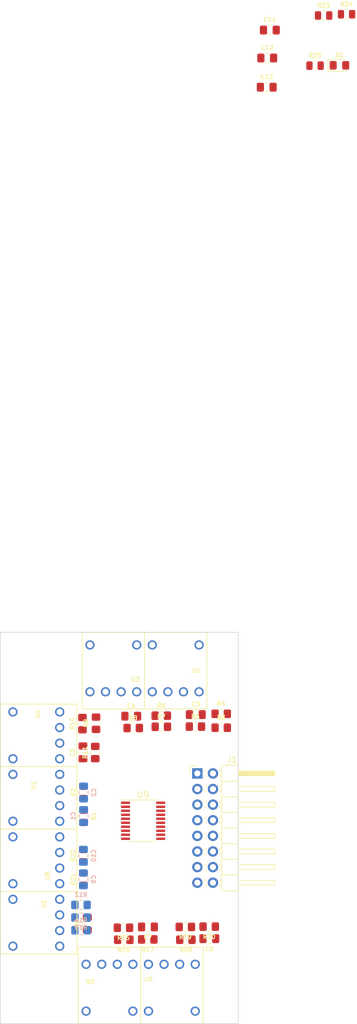
<source format=kicad_pcb>
(kicad_pcb (version 20211014) (generator pcbnew)
  (layers (0 "F.Cu" signal) (31 "B.Cu" signal) (34 "B.Paste" user) (35 "F.Paste" user) (36 "B.SilkS" user "B.Silkscreen") (37 "F.SilkS" user "F.Silkscreen") (38 "B.Mask" user) (39 "F.Mask" user) (44 "Edge.Cuts" user))
  (net 0 "")
  (net 1 "GND")
  (net 2 "VCC")
  (net 3 "Net-(D1-Pad1)")
  (net 4 "/RX1b")
  (net 5 "/RX2b")
  (net 6 "/RX3b")
  (net 7 "/TX1")
  (net 8 "/RX4b")
  (net 9 "/TX2")
  (net 10 "/RX5b")
  (net 11 "/RX6b")
  (net 12 "+3V3")
  (net 13 "+5V")
  (net 14 "Net-(R1-Pad1)")
  (net 15 "/TX1b")
  (net 16 "Net-(R3-Pad1)")
  (net 17 "Net-(R3-Pad2)")
  (net 18 "/RX1")
  (net 19 "Net-(R6-Pad1)")
  (net 20 "Net-(R6-Pad2)")
  (net 21 "/RX2")
  (net 22 "Net-(R10-Pad1)")
  (net 23 "Net-(R9-Pad2)")
  (net 24 "/RX3")
  (net 25 "Net-(R12-Pad1)")
  (net 26 "Net-(R12-Pad2)")
  (net 27 "/RX4")
  (net 28 "Net-(R15-Pad1)")
  (net 29 "Net-(R15-Pad2)")
  (net 30 "/RX5")
  (net 31 "Net-(R18-Pad1)")
  (net 32 "Net-(R18-Pad2)")
  (net 33 "/RX6")
  (net 34 "Net-(R21-Pad1)")
  (net 35 "/TX2b")
  (footprint "Capacitor_SMD:C_0805_2012Metric_Pad1.18x1.45mm_HandSolder" (layer "F.Cu") (at 116.7638 92.837 180)
    (fp_text reference "C8" (at 0 -1.68) (layer "F.SilkS") (effects (font (size 0.7 0.7))))
    (fp_text value "100nF")
    (fp_line (start -0.261252 0.735) (end 0.261252 0.735) (layer "F.SilkS") (width 0.12))
    (fp_line (start -0.261252 -0.735) (end 0.261252 -0.735) (layer "F.SilkS") (width 0.12))
    (pad "1" smd roundrect (at -1.0375 0 180) (size 1.175 1.45) (layers "F.Cu" "F.Paste" "F.Mask") (roundrect_rratio 0.212766) (net 1 "GND"))
    (pad "2" smd roundrect (at 1.0375 0 180) (size 1.175 1.45) (layers "F.Cu" "F.Paste" "F.Mask") (roundrect_rratio 0.212766) (net 2 "VCC"))
  )
  (footprint "Resistor_SMD:R_0805_2012Metric_Pad1.20x1.40mm_HandSolder" (layer "F.Cu") (at 98.171 62.5602 90)
    (fp_text reference "R11" (at 0 -1.65 90) (layer "F.SilkS") (effects (font (size 0.7 0.7))))
    (fp_text value "47R")
    (fp_line (start -0.227064 0.735) (end 0.227064 0.735) (layer "F.SilkS") (width 0.12))
    (fp_line (start -0.227064 -0.735) (end 0.227064 -0.735) (layer "F.SilkS") (width 0.12))
    (pad "1" smd roundrect (at -1 0 90) (size 1.2 1.4) (layers "F.Cu" "F.Paste" "F.Mask") (roundrect_rratio 0.208333) (net 24 "/RX3"))
    (pad "2" smd roundrect (at 1 0 90) (size 1.2 1.4) (layers "F.Cu" "F.Paste" "F.Mask") (roundrect_rratio 0.208333) (net 22 "Net-(R10-Pad1)"))
  )
  (footprint "Resistor_SMD:R_0805_2012Metric_Pad1.20x1.40mm_HandSolder" (layer "F.Cu") (at 98.298 57.7944 90)
    (fp_text reference "R9" (at 0 -1.65 90) (layer "F.SilkS") (effects (font (size 0.7 0.7))))
    (fp_text value "0R")
    (fp_line (start -0.227064 -0.735) (end 0.227064 -0.735) (layer "F.SilkS") (width 0.12))
    (fp_line (start -0.227064 0.735) (end 0.227064 0.735) (layer "F.SilkS") (width 0.12))
    (pad "1" smd roundrect (at -1 0 90) (size 1.2 1.4) (layers "F.Cu" "F.Paste" "F.Mask") (roundrect_rratio 0.208333) (net 22 "Net-(R10-Pad1)"))
    (pad "2" smd roundrect (at 1 0 90) (size 1.2 1.4) (layers "F.Cu" "F.Paste" "F.Mask") (roundrect_rratio 0.208333) (net 23 "Net-(R9-Pad2)"))
  )
  (footprint "Capacitor_SMD:C_0805_2012Metric_Pad1.18x1.45mm_HandSolder" (layer "F.Cu") (at 96.8756 90.3986 90)
    (fp_text reference "C6" (at 0 -1.68 90) (layer "F.SilkS") (effects (font (size 0.7 0.7))))
    (fp_text value "100nF")
    (fp_line (start -0.261252 0.735) (end 0.261252 0.735) (layer "F.SilkS") (width 0.12))
    (fp_line (start -0.261252 -0.735) (end 0.261252 -0.735) (layer "F.SilkS") (width 0.12))
    (pad "1" smd roundrect (at -1.0375 0 90) (size 1.175 1.45) (layers "F.Cu" "F.Paste" "F.Mask") (roundrect_rratio 0.212766) (net 1 "GND"))
    (pad "2" smd roundrect (at 1.0375 0 90) (size 1.175 1.45) (layers "F.Cu" "F.Paste" "F.Mask") (roundrect_rratio 0.212766) (net 2 "VCC"))
  )
  (footprint "LED_SMD:LED_0805_2012Metric_Pad1.15x1.40mm_HandSolder" (layer "F.Cu") (at 137.9564 -49.2252)
    (fp_text reference "D1" (at 0 -1.65) (layer "F.SilkS") (effects (font (size 0.7 0.7))))
    (fp_text value "LED")
    (fp_line (start 1 -0.96) (end -1.86 -0.96) (layer "F.SilkS") (width 0.12))
    (fp_line (start -1.86 -0.96) (end -1.86 0.96) (layer "F.SilkS") (width 0.12))
    (fp_line (start -1.86 0.96) (end 1 0.96) (layer "F.SilkS") (width 0.12))
    (pad "1" smd roundrect (at -1.025 0) (size 1.15 1.4) (layers "F.Cu" "F.Paste" "F.Mask") (roundrect_rratio 0.217391) (net 3 "Net-(D1-Pad1)"))
    (pad "2" smd roundrect (at 1.025 0) (size 1.15 1.4) (layers "F.Cu" "F.Paste" "F.Mask") (roundrect_rratio 0.217391) (net 2 "VCC"))
  )
  (footprint "Resistor_SMD:R_0805_2012Metric_Pad1.20x1.40mm_HandSolder" (layer "F.Cu") (at 104.3592 58.5724)
    (fp_text reference "R8" (at 0 -1.65) (layer "F.SilkS") (effects (font (size 0.7 0.7))))
    (fp_text value "47R")
    (fp_line (start -0.227064 0.735) (end 0.227064 0.735) (layer "F.SilkS") (width 0.12))
    (fp_line (start -0.227064 -0.735) (end 0.227064 -0.735) (layer "F.SilkS") (width 0.12))
    (pad "1" smd roundrect (at -1 0) (size 1.2 1.4) (layers "F.Cu" "F.Paste" "F.Mask") (roundrect_rratio 0.208333) (net 21 "/RX2"))
    (pad "2" smd roundrect (at 1 0) (size 1.2 1.4) (layers "F.Cu" "F.Paste" "F.Mask") (roundrect_rratio 0.208333) (net 19 "Net-(R6-Pad1)"))
  )
  (footprint "Capacitor_SMD:C_0805_2012Metric_Pad1.18x1.45mm_HandSolder" (layer "F.Cu") (at 114.554 56.388)
    (fp_text reference "C3" (at 0 -1.68) (layer "F.SilkS") (effects (font (size 0.7 0.7))))
    (fp_text value "100nF")
    (fp_line (start -0.261252 0.735) (end 0.261252 0.735) (layer "F.SilkS") (width 0.12))
    (fp_line (start -0.261252 -0.735) (end 0.261252 -0.735) (layer "F.SilkS") (width 0.12))
    (pad "1" smd roundrect (at -1.0375 0) (size 1.175 1.45) (layers "F.Cu" "F.Paste" "F.Mask") (roundrect_rratio 0.212766) (net 1 "GND"))
    (pad "2" smd roundrect (at 1.0375 0) (size 1.175 1.45) (layers "F.Cu" "F.Paste" "F.Mask") (roundrect_rratio 0.212766) (net 2 "VCC"))
  )
  (footprint "Resistor_SMD:R_0805_2012Metric_Pad1.20x1.40mm_HandSolder" (layer "F.Cu") (at 96.2406 79.3336 90)
    (fp_text reference "R22" (at 0 -1.65 90) (layer "F.SilkS") (effects (font (size 0.7 0.7))))
    (fp_text value "2k")
    (fp_line (start -0.227064 -0.735) (end 0.227064 -0.735) (layer "F.SilkS") (width 0.12))
    (fp_line (start -0.227064 0.735) (end 0.227064 0.735) (layer "F.SilkS") (width 0.12))
    (pad "1" smd roundrect (at -1 0 90) (size 1.2 1.4) (layers "F.Cu" "F.Paste" "F.Mask") (roundrect_rratio 0.208333) (net 35 "/TX2b"))
    (pad "2" smd roundrect (at 1 0 90) (size 1.2 1.4) (layers "F.Cu" "F.Paste" "F.Mask") (roundrect_rratio 0.208333) (net 2 "VCC"))
  )
  (footprint "Resistor_SMD:R_0805_2012Metric_Pad1.20x1.40mm_HandSolder" (layer "F.Cu") (at 102.8192 93.0148 180)
    (fp_text reference "R15" (at 0 -1.65) (layer "F.SilkS") (effects (font (size 0.7 0.7))))
    (fp_text value "0R")
    (fp_line (start -0.227064 -0.735) (end 0.227064 -0.735) (layer "F.SilkS") (width 0.12))
    (fp_line (start -0.227064 0.735) (end 0.227064 0.735) (layer "F.SilkS") (width 0.12))
    (pad "1" smd roundrect (at -1 0 180) (size 1.2 1.4) (layers "F.Cu" "F.Paste" "F.Mask") (roundrect_rratio 0.208333) (net 28 "Net-(R15-Pad1)"))
    (pad "2" smd roundrect (at 1 0 180) (size 1.2 1.4) (layers "F.Cu" "F.Paste" "F.Mask") (roundrect_rratio 0.208333) (net 29 "Net-(R15-Pad2)"))
  )
  (footprint "Capacitor_SMD:C_0805_2012Metric_Pad1.18x1.45mm_HandSolder" (layer "F.Cu") (at 126.619 -54.9656)
    (fp_text reference "C11" (at 0 -1.68) (layer "F.SilkS") (effects (font (size 0.7 0.7))))
    (fp_text value "100nF")
    (fp_line (start -0.261252 0.735) (end 0.261252 0.735) (layer "F.SilkS") (width 0.12))
    (fp_line (start -0.261252 -0.735) (end 0.261252 -0.735) (layer "F.SilkS") (width 0.12))
    (pad "1" smd roundrect (at -1.0375 0) (size 1.175 1.45) (layers "F.Cu" "F.Paste" "F.Mask") (roundrect_rratio 0.212766) (net 1 "GND"))
    (pad "2" smd roundrect (at 1.0375 0) (size 1.175 1.45) (layers "F.Cu" "F.Paste" "F.Mask") (roundrect_rratio 0.212766) (net 2 "VCC"))
  )
  (footprint "Resistor_SMD:R_0805_2012Metric" (layer "F.Cu") (at 135.3839 -57.3278)
    (fp_text reference "R23" (at 0 -1.65) (layer "F.SilkS") (effects (font (size 0.7 0.7))))
    (fp_text value "0R")
    (fp_line (start -0.227064 0.735) (end 0.227064 0.735) (layer "F.SilkS") (width 0.12))
    (fp_line (start -0.227064 -0.735) (end 0.227064 -0.735) (layer "F.SilkS") (width 0.12))
    (pad "1" smd roundrect (at -0.9125 0) (size 1.025 1.4) (layers "F.Cu" "F.Paste" "F.Mask") (roundrect_rratio 0.243902) (net 2 "VCC"))
    (pad "2" smd roundrect (at 0.9125 0) (size 1.025 1.4) (layers "F.Cu" "F.Paste" "F.Mask") (roundrect_rratio 0.243902) (net 13 "+5V"))
  )
  (footprint "Resistor_SMD:R_0805_2012Metric" (layer "F.Cu") (at 139.1158 -57.531)
    (fp_text reference "R24" (at 0 -1.65) (layer "F.SilkS") (effects (font (size 0.7 0.7))))
    (fp_text value "DNP")
    (fp_line (start -0.227064 -0.735) (end 0.227064 -0.735) (layer "F.SilkS") (width 0.12))
    (fp_line (start -0.227064 0.735) (end 0.227064 0.735) (layer "F.SilkS") (width 0.12))
    (pad "1" smd roundrect (at -0.9125 0) (size 1.025 1.4) (layers "F.Cu" "F.Paste" "F.Mask") (roundrect_rratio 0.243902) (net 2 "VCC"))
    (pad "2" smd roundrect (at 0.9125 0) (size 1.025 1.4) (layers "F.Cu" "F.Paste" "F.Mask") (roundrect_rratio 0.243902) (net 12 "+3V3"))
  )
  (footprint "Capacitor_SMD:C_0805_2012Metric_Pad1.18x1.45mm_HandSolder" (layer "F.Cu") (at 126.111 -45.6692)
    (fp_text reference "C13" (at 0 -1.68) (layer "F.SilkS") (effects (font (size 0.7 0.7))))
    (fp_text value "1uF")
    (fp_line (start -0.261252 -0.735) (end 0.261252 -0.735) (layer "F.SilkS") (width 0.12))
    (fp_line (start -0.261252 0.735) (end 0.261252 0.735) (layer "F.SilkS") (width 0.12))
    (pad "1" smd roundrect (at -1.0375 0) (size 1.175 1.45) (layers "F.Cu" "F.Paste" "F.Mask") (roundrect_rratio 0.212766) (net 1 "GND"))
    (pad "2" smd roundrect (at 1.0375 0) (size 1.175 1.45) (layers "F.Cu" "F.Paste" "F.Mask") (roundrect_rratio 0.212766) (net 2 "VCC"))
  )
  (footprint "Resistor_SMD:R_0805_2012Metric_Pad1.20x1.40mm_HandSolder" (layer "F.Cu") (at 96.266 83.1596 90)
    (fp_text reference "R21" (at 0 -1.65 90) (layer "F.SilkS") (effects (font (size 0.7 0.7))))
    (fp_text value "220R")
    (fp_line (start -0.227064 -0.735) (end 0.227064 -0.735) (layer "F.SilkS") (width 0.12))
    (fp_line (start -0.227064 0.735) (end 0.227064 0.735) (layer "F.SilkS") (width 0.12))
    (pad "1" smd roundrect (at -1 0 90) (size 1.2 1.4) (layers "F.Cu" "F.Paste" "F.Mask") (roundrect_rratio 0.208333) (net 34 "Net-(R21-Pad1)"))
    (pad "2" smd roundrect (at 1 0 90) (size 1.2 1.4) (layers "F.Cu" "F.Paste" "F.Mask") (roundrect_rratio 0.208333) (net 2 "VCC"))
  )
  (footprint "CL_Fiber_Optic:HFBR-2521Z" (layer "F.Cu") (at 111.2774 49.3776)
    (fp_text reference "U2" (at 3.4036 -0.1524 unlocked) (layer "F.SilkS") (effects (font (size 0.7 0.7))))
    (fp_text value "HFBR-2521Z")
    (fp_line (start 5.08 -6.35) (end -5.08 -6.35) (layer "F.SilkS") (width 0.12))
    (fp_line (start 5.08 6.096) (end 5.08 -6.35) (layer "F.SilkS") (width 0.12))
    (fp_line (start -5.08 -6.35) (end -5.08 6.096) (layer "F.SilkS") (width 0.12))
    (fp_line (start -5.08 6.096) (end 5.08 6.096) (layer "F.SilkS") (width 0.12))
    (pad "1" thru_hole circle (at -3.81 3.302) (size 1.515 1.515) (drill 1) (layers *.Cu *.Mask) (net 16 "Net-(R3-Pad1)"))
    (pad "2" thru_hole circle (at -1.27 3.302) (size 1.515 1.515) (drill 1) (layers *.Cu *.Mask) (net 1 "GND"))
    (pad "3" thru_hole circle (at 1.27 3.302) (size 1.515 1.515) (drill 1) (layers *.Cu *.Mask) (net 2 "VCC"))
    (pad "4" thru_hole circle (at 3.81 3.302) (size 1.515 1.515) (drill 1) (layers *.Cu *.Mask) (net 17 "Net-(R3-Pad2)"))
    (pad "5" thru_hole circle (at 3.81 -4.318) (size 1.515 1.515) (drill 1) (layers *.Cu *.Mask))
    (pad "8" thru_hole circle (at -3.81 -4.318) (size 1.515 1.515) (drill 1) (layers *.Cu *.Mask))
  )
  (footprint "Resistor_SMD:R_0805_2012Metric_Pad1.20x1.40mm_HandSolder" (layer "F.Cu") (at 96.2914 72.9234 -90)
    (fp_text reference "R1" (at 0 -1.65 90) (layer "F.SilkS") (effects (font (size 0.7 0.7))))
    (fp_text value "220R")
    (fp_line (start -0.227064 -0.735) (end 0.227064 -0.735) (layer "F.SilkS") (width 0.12))
    (fp_line (start -0.227064 0.735) (end 0.227064 0.735) (layer "F.SilkS") (width 0.12))
    (pad "1" smd roundrect (at -1 0 270) (size 1.2 1.4) (layers "F.Cu" "F.Paste" "F.Mask") (roundrect_rratio 0.208333) (net 14 "Net-(R1-Pad1)"))
    (pad "2" smd roundrect (at 1 0 270) (size 1.2 1.4) (layers "F.Cu" "F.Paste" "F.Mask") (roundrect_rratio 0.208333) (net 2 "VCC"))
  )
  (footprint "CL_Fiber_Optic:HFBR-2521Z" (layer "F.Cu") (at 89.0778 90.2462 90)
    (fp_text reference "U5" (at 3.0318 0.7638 90 unlocked) (layer "F.SilkS") (effects (font (size 0.7 0.7))))
    (fp_text value "HFBR-2521Z")
    (fp_line (start 5.08 -6.35) (end -5.08 -6.35) (layer "F.SilkS") (width 0.12))
    (fp_line (start -5.08 -6.35) (end -5.08 6.096) (layer "F.SilkS") (width 0.12))
    (fp_line (start -5.08 6.096) (end 5.08 6.096) (layer "F.SilkS") (width 0.12))
    (fp_line (start 5.08 6.096) (end 5.08 -6.35) (layer "F.SilkS") (width 0.12))
    (pad "1" thru_hole circle (at -3.81 3.302 90) (size 1.515 1.515) (drill 1) (layers *.Cu *.Mask) (net 25 "Net-(R12-Pad1)"))
    (pad "2" thru_hole circle (at -1.27 3.302 90) (size 1.515 1.515) (drill 1) (layers *.Cu *.Mask) (net 1 "GND"))
    (pad "3" thru_hole circle (at 1.27 3.302 90) (size 1.515 1.515) (drill 1) (layers *.Cu *.Mask) (net 2 "VCC"))
    (pad "4" thru_hole circle (at 3.81 3.302 90) (size 1.515 1.515) (drill 1) (layers *.Cu *.Mask) (net 26 "Net-(R12-Pad2)"))
    (pad "5" thru_hole circle (at 3.81 -4.318 90) (size 1.515 1.515) (drill 1) (layers *.Cu *.Mask))
    (pad "8" thru_hole circle (at -3.81 -4.318 90) (size 1.515 1.515) (drill 1) (layers *.Cu *.Mask))
  )
  (footprint "CL_Fiber_Optic:HFBR-2521Z" (layer "F.Cu") (at 110.6518 100.3098 180)
    (fp_text reference "U7" (at 3.81 0.9398 180 unlocked) (layer "F.SilkS") (effects (font (size 0.7 0.7))))
    (fp_text value "HFBR-2521Z")
    (fp_line (start 5.08 6.096) (end 5.08 -6.35) (layer "F.SilkS") (width 0.12))
    (fp_line (start -5.08 6.096) (end 5.08 6.096) (layer "F.SilkS") (width 0.12))
    (fp_line (start 5.08 -6.35) (end -5.08 -6.35) (layer "F.SilkS") (width 0.12))
    (fp_line (start -5.08 -6.35) (end -5.08 6.096) (layer "F.SilkS") (width 0.12))
    (pad "1" thru_hole circle (at -3.81 3.302 180) (size 1.515 1.515) (drill 1) (layers *.Cu *.Mask) (net 31 "Net-(R18-Pad1)"))
    (pad "2" thru_hole circle (at -1.27 3.302 180) (size 1.515 1.515) (drill 1) (layers *.Cu *.Mask) (net 1 "GND"))
    (pad "3" thru_hole circle (at 1.27 3.302 180) (size 1.515 1.515) (drill 1) (layers *.Cu *.Mask) (net 2 "VCC"))
    (pad "4" thru_hole circle (at 3.81 3.302 180) (size 1.515 1.515) (drill 1) (layers *.Cu *.Mask) (net 32 "Net-(R18-Pad2)"))
    (pad "5" thru_hole circle (at 3.81 -4.318 180) (size 1.515 1.515) (drill 1) (layers *.Cu *.Mask))
    (pad "8" thru_hole circle (at -3.81 -4.318 180) (size 1.515 1.515) (drill 1) (layers *.Cu *.Mask))
  )
  (footprint "Resistor_SMD:R_0805_2012Metric" (layer "F.Cu") (at 133.985 -49.1744)
    (fp_text reference "R25" (at 0 -1.65) (layer "F.SilkS") (effects (font (size 0.7 0.7))))
    (fp_text value "2k")
    (fp_line (start -0.227064 0.735) (end 0.227064 0.735) (layer "F.SilkS") (width 0.12))
    (fp_line (start -0.227064 -0.735) (end 0.227064 -0.735) (layer "F.SilkS") (width 0.12))
    (pad "1" smd roundrect (at -0.9125 0) (size 1.025 1.4) (layers "F.Cu" "F.Paste" "F.Mask") (roundrect_rratio 0.243902) (net 3 "Net-(D1-Pad1)"))
    (pad "2" smd roundrect (at 0.9125 0) (size 1.025 1.4) (layers "F.Cu" "F.Paste" "F.Mask") (roundrect_rratio 0.243902) (net 1 "GND"))
  )
  (footprint "Resistor_SMD:R_0805_2012Metric_Pad1.20x1.40mm_HandSolder" (layer "F.Cu") (at 118.6942 58.5216)
    (fp_text reference "R3" (at 0 -1.65) (layer "F.SilkS") (effects (font (size 0.7 0.7))))
    (fp_text value "0R")
    (fp_line (start -0.227064 -0.735) (end 0.227064 -0.735) (layer "F.SilkS") (width 0.12))
    (fp_line (start -0.227064 0.735) (end 0.227064 0.735) (layer "F.SilkS") (width 0.12))
    (pad "1" smd roundrect (at -1 0) (size 1.2 1.4) (layers "F.Cu" "F.Paste" "F.Mask") (roundrect_rratio 0.208333) (net 16 "Net-(R3-Pad1)"))
    (pad "2" smd roundrect (at 1 0) (size 1.2 1.4) (layers "F.Cu" "F.Paste" "F.Mask") (roundrect_rratio 0.208333) (net 17 "Net-(R3-Pad2)"))
  )
  (footprint "CL_Fiber_Optic:HFBR-1521Z" (layer "F.Cu") (at 89.0778 80.0862 90)
    (fp_text reference "U8" (at -2.5654 1.2954 90 unlocked) (layer "F.SilkS") (effects (font (size 0.7 0.7))))
    (fp_text value "HFBR-1521Z")
    (fp_line (start 5.08 6.096) (end 5.08 -6.35) (layer "F.SilkS") (width 0.12))
    (fp_line (start -5.08 6.096) (end 5.08 6.096) (layer "F.SilkS") (width 0.12))
    (fp_line (start 5.08 -6.35) (end -5.08 -6.35) (layer "F.SilkS") (width 0.12))
    (fp_line (start -5.08 -6.35) (end -5.08 6.096) (layer "F.SilkS") (width 0.12))
    (pad "1" thru_hole circle (at -3.81 3.302 90) (size 1.515 1.515) (drill 1) (layers *.Cu *.Mask) (net 34 "Net-(R21-Pad1)"))
    (pad "2" thru_hole circle (at -1.27 3.302 90) (size 1.515 1.515) (drill 1) (layers *.Cu *.Mask) (net 35 "/TX2b"))
    (pad "3" thru_hole circle (at 1.27 3.302 90) (size 1.515 1.515) (drill 1) (layers *.Cu *.Mask))
    (pad "4" thru_hole circle (at 3.81 3.302 90) (size 1.515 1.515) (drill 1) (layers *.Cu *.Mask))
    (pad "5" thru_hole circle (at 3.81 -4.318 90) (size 1.515 1.515) (drill 1) (layers *.Cu *.Mask))
    (pad "8" thru_hole circle (at -3.81 -4.318 90) (size 1.515 1.515) (drill 1) (layers *.Cu *.Mask))
  )
  (footprint "Resistor_SMD:R_0805_2012Metric_Pad1.20x1.40mm_HandSolder" (layer "F.Cu") (at 112.9378 93.0148 180)
    (fp_text reference "R18" (at 0 -1.65) (layer "F.SilkS") (effects (font (size 0.7 0.7))))
    (fp_text value "0R")
    (fp_line (start -0.227064 0.735) (end 0.227064 0.735) (layer "F.SilkS") (width 0.12))
    (fp_line (start -0.227064 -0.735) (end 0.227064 -0.735) (layer "F.SilkS") (width 0.12))
    (pad "1" smd roundrect (at -1 0 180) (size 1.2 1.4) (layers "F.Cu" "F.Paste" "F.Mask") (roundrect_rratio 0.208333) (net 31 "Net-(R18-Pad1)"))
    (pad "2" smd roundrect (at 1 0 180) (size 1.2 1.4) (layers "F.Cu" "F.Paste" "F.Mask") (roundrect_rratio 0.208333) (net 32 "Net-(R18-Pad2)"))
  )
  (footprint "Resistor_SMD:R_0805_2012Metric_Pad1.20x1.40mm_HandSolder" (layer "F.Cu") (at 106.7308 92.964 180)
    (fp_text reference "R17" (at 0 -1.65) (layer "F.SilkS") (effects (font (size 0.7 0.7))))
    (fp_text value "47R")
    (fp_line (start -0.227064 0.735) (end 0.227064 0.735) (layer "F.SilkS") (width 0.12))
    (fp_line (start -0.227064 -0.735) (end 0.227064 -0.735) (layer "F.SilkS") (width 0.12))
    (pad "1" smd roundrect (at -1 0 180) (size 1.2 1.4) (layers "F.Cu" "F.Paste" "F.Mask") (roundrect_rratio 0.208333) (net 30 "/RX5"))
    (pad "2" smd roundrect (at 1 0 180) (size 1.2 1.4) (layers "F.Cu" "F.Paste" "F.Mask") (roundrect_rratio 0.208333) (net 28 "Net-(R15-Pad1)"))
  )
  (footprint "Connector_PinHeader_2.54mm:PinHeader_2x08_P2.54mm_Horizontal" (layer "F.Cu") (at 114.808 65.9578)
    (fp_text reference "J1" (at 5.655 -2.27) (layer "F.SilkS"))
    (fp_text value "Conn_02x08_Odd_Even")
    (fp_line (start 1.042929 9.78) (end 1.497071 9.78) (layer "F.SilkS") (width 0.12))
    (fp_line (start 3.582929 15.62) (end 3.98 15.62) (layer "F.SilkS") (width 0.12))
    (fp_line (start 3.582929 4.7) (end 3.98 4.7) (layer "F.SilkS") (width 0.12))
    (fp_line (start 12.64 14.86) (end 12.64 15.62) (layer "F.SilkS") (width 0.12))
    (fp_line (start 12.64 15.62) (end 6.64 15.62) (layer "F.SilkS") (width 0.12))
    (fp_line (start -1.27 0) (end -1.27 -1.27) (layer "F.SilkS") (width 0.12))
    (fp_line (start 3.582929 8) (end 3.98 8) (layer "F.SilkS") (width 0.12))
    (fp_line (start 12.64 2.92) (end 6.64 2.92) (layer "F.SilkS") (width 0.12))
    (fp_line (start 3.582929 2.92) (end 3.98 2.92) (layer "F.SilkS") (width 0.12))
    (fp_line (start 1.042929 2.92) (end 1.497071 2.92) (layer "F.SilkS") (width 0.12))
    (fp_line (start 1.042929 15.62) (end 1.497071 15.62) (layer "F.SilkS") (width 0.12))
    (fp_line (start 6.64 -0.32) (end 12.64 -0.32) (layer "F.SilkS") (width 0.12))
    (fp_line (start 6.64 0.28) (end 12.64 0.28) (layer "F.SilkS") (width 0.12))
    (fp_line (start 3.582929 12.32) (end 3.98 12.32) (layer "F.SilkS") (width 0.12))
    (fp_line (start 6.64 17.4) (end 12.64 17.4) (layer "F.SilkS") (width 0.12))
    (fp_line (start 1.042929 17.4) (end 1.497071 17.4) (layer "F.SilkS") (width 0.12))
    (fp_line (start 6.64 0.04) (end 12.64 0.04) (layer "F.SilkS") (width 0.12))
    (fp_line (start 3.98 8.89) (end 6.64 8.89) (layer "F.SilkS") (width 0.12))
    (fp_line (start 1.042929 14.86) (end 1.497071 14.86) (layer "F.SilkS") (width 0.12))
    (fp_line (start 1.042929 4.7) (end 1.497071 4.7) (layer "F.SilkS") (width 0.12))
    (fp_line (start 3.98 16.51) (end 6.64 16.51) (layer "F.SilkS") (width 0.12))
    (fp_line (start 3.98 6.35) (end 6.64 6.35) (layer "F.SilkS") (width 0.12))
    (fp_line (start 6.64 4.7) (end 12.64 4.7) (layer "F.SilkS") (width 0.12))
    (fp_line (start 6.64 0.16) (end 12.64 0.16) (layer "F.SilkS") (width 0.12))
    (fp_line (start 1.11 0.38) (end 1.497071 0.38) (layer "F.SilkS") (width 0.12))
    (fp_line (start 12.64 0.38) (end 6.64 0.38) (layer "F.SilkS") (width 0.12))
    (fp_line (start 6.64 -0.38) (end 12.64 -0.38) (layer "F.SilkS") (width 0.12))
    (fp_line (start 12.64 18.16) (end 6.64 18.16) (layer "F.SilkS") (width 0.12))
    (fp_line (start 6.64 -0.08) (end 12.64 -0.08) (layer "F.SilkS") (width 0.12))
    (fp_line (start 12.64 12.32) (end 12.64 13.08) (layer "F.SilkS") (width 0.12))
    (fp_line (start 3.98 11.43) (end 6.64 11.43) (layer "F.SilkS") (width 0.12))
    (fp_line (start 12.64 2.16) (end 12.64 2.92) (layer "F.SilkS") (width 0.12))
    (fp_line (start 12.64 13.08) (end 6.64 13.08) (layer "F.SilkS") (width 0.12))
    (fp_line (start 3.98 -1.33) (end 3.98 19.11) (layer "F.SilkS") (width 0.12))
    (fp_line (start 1.11 -0.38) (end 1.497071 -0.38) (layer "F.SilkS") (width 0.12))
    (fp_line (start 1.042929 18.16) (end 1.497071 18.16) (layer "F.SilkS") (width 0.12))
    (fp_line (start 1.042929 10.54) (end 1.497071 10.54) (layer "F.SilkS") (width 0.12))
    (fp_line (start 3.582929 9.78) (end 3.98 9.78) (layer "F.SilkS") (width 0.12))
    (fp_line (start 3.582929 -0.38) (end 3.98 -0.38) (layer "F.SilkS") (width 0.12))
    (fp_line (start 3.582929 17.4) (end 3.98 17.4) (layer "F.SilkS") (width 0.12))
    (fp_line (start 3.582929 2.16) (end 3.98 2.16) (layer "F.SilkS") (width 0.12))
    (fp_line (start 12.64 -0.38) (end 12.64 0.38) (layer "F.SilkS") (width 0.12))
    (fp_line (start 3.98 1.27) (end 6.64 1.27) (layer "F.SilkS") (width 0.12))
    (fp_line (start 12.64 9.78) (end 12.64 10.54) (layer "F.SilkS") (width 0.12))
    (fp_line (start 6.64 9.78) (end 12.64 9.78) (layer "F.SilkS") (width 0.12))
    (fp_line (start 1.042929 2.16) (end 1.497071 2.16) (layer "F.SilkS") (width 0.12))
    (fp_line (start 12.64 17.4) (end 12.64 18.16) (layer "F.SilkS") (width 0.12))
    (fp_line (start 6.64 -1.33) (end 3.98 -1.33) (layer "F.SilkS") (width 0.12))
    (fp_line (start 3.582929 10.54) (end 3.98 10.54) (layer "F.SilkS") (width 0.12))
    (fp_line (start 6.64 14.86) (end 12.64 14.86) (layer "F.SilkS") (width 0.12))
    (fp_line (start 12.64 4.7) (end 12.64 5.46) (layer "F.SilkS") (width 0.12))
    (fp_line (start 12.64 10.54) (end 6.64 10.54) (layer "F.SilkS") (width 0.12))
    (fp_line (start 3.582929 14.86) (end 3.98 14.86) (layer "F.SilkS") (width 0.12))
    (fp_line (start 6.64 7.24) (end 12.64 7.24) (layer "F.SilkS") (width 0.12))
    (fp_line (start 12.64 7.24) (end 12.64 8) (layer "F.SilkS") (width 0.12))
    (fp_line (start 12.64 8) (end 6.64 8) (layer "F.SilkS") (width 0.12))
    (fp_line (start 3.582929 0.38) (end 3.98 0.38) (layer "F.SilkS") (width 0.12))
    (fp_line (start 12.64 5.46) (end 6.64 5.46) (layer "F.SilkS") (width 0.12))
    (fp_line (start 1.042929 7.24) (end 1.497071 7.24) (layer "F.SilkS") (width 0.12))
    (fp_line (start 6.64 19.11) (end 6.64 -1.33) (layer "F.SilkS") (width 0.12))
    (fp_line (start 3.582929 13.08) (end 3.98 13.08) (layer "F.SilkS") (width 0.12))
    (fp_line (start 1.042929 12.32) (end 1.497071 12.32) (layer "F.SilkS") (width 0.12))
    (fp_line (start 6.64 -0.2) (end 12.64 -0.2) (layer "F.SilkS") (width 0.12))
    (fp_line (start 3.98 3.81) (end 6.64 3.81) (layer "F.SilkS") (width 0.12))
    (fp_line (start 3.582929 7.24) (end 3.98 7.24) (layer "F.SilkS") (width 0.12))
    (fp_line (start 3.98 13.97) (end 6.64 13.97) (layer "F.SilkS") (width 0.12))
    (fp_line (start 6.64 12.32) (end 12.64 12.32) (layer "F.SilkS") (width 0.12))
    (fp_line (start 1.042929 8) (end 1.497071 8) (layer "F.SilkS") (width 0.12))
    (fp_line (start 3.582929 5.46) (end 3.98 5.46) (layer "F.SilkS") (width 0.12))
    (fp_line (start 3.582929 18.16) (end 3.98 18.16) (layer "F.SilkS") (width 0.12))
    (fp_line (start 3.98 19.11) (end 6.64 19.11) (layer "F.SilkS") (width 0.12))
    (fp_line (start 1.042929 13.08) (end 1.497071 13.08) (layer "F.SilkS") (width 0.12))
    (fp_line (start 6.64 2.16) (end 12.64 2.16) (layer "F.SilkS") (width 0.12))
    (fp_line (start 1.042929 5.46) (end 1.497071 5.46) (layer "F.SilkS") (width 0.12))
    (fp_line (start -1.27 -1.27) (end 0 -1.27) (layer "F.SilkS") (width 0.12))
    (pad "1" thru_hole rect (at 0 0) (size 1.7 1.7) (drill 1) (layers *.Cu *.Mask) (net 4 "/RX1b"))
    (pad "2" thru_hole oval (at 2.54 0) (size 1.7 1.7) (drill 1) (layers *.Cu *.Mask) (net 1 "GND"))
    (pad "3" thru_hole oval (at 0 2.54) (size 1.7 1.7) (drill 1) (layers *.Cu *.Mask) (net 5 "/RX2b"))
    (pad "4" thru_hole oval (at 2.54 2.54) (size 1.7 1.7) (drill 1) (layers *.Cu *.Mask) (net 1 "GND"))
    (pad "5" thru_hole oval (at 0 5.08) (size 1.7 1.7) (drill 1) (layers *.Cu *.Mask) (net 6 "/RX3b"))
    (pad "6" thru_hole oval (at 2.54 5.08) (size 1.7 1.7) (drill 1) (layers *.Cu *.Mask) (net 7 "/TX1"))
    (pad "7" thru_hole oval (at 0 7.62) (size 1.7 1.7) (drill 1) (layers *.Cu *.Mask) (net 8 "/RX4b"))
    (pad "8" thru_hole oval (at 2.54 7.62) (size 1.7 1.7) (drill 1) (layers *.Cu *.Mask) (net 9 "/TX2"))
    (pad "9" thru_hole oval (at 0 10.16) (size 1.7 1.7) (drill 1) (layers *.Cu *.Mask) (net 10 "/RX5b"))
    (pad "10" thru_hole oval (at 2.54 10.16) (size 1.7 1.7) (drill 1) (layers *.Cu *.Mask) (net 1 "GND"))
    (pad "11" thru_hole oval (at 0 12.7) (size 1.7 1.7) (drill 1) (layers *.Cu *.Mask) (net 11 "/RX6b"))
    (pad "12" thru_hole oval (at 2.54 12.7) (size 1.7 1.7) (drill 1) (layers *.Cu *.Mask) (net 1 "GND"))
    (pad "13" thru_hole oval (at 0 15.24) (size 1.7 1.7) (drill 1) (layers *.Cu *.Mask) (net 12 "+3V3"))
    (pad "14" thru_hole oval (at 2.54 15.24) (size 1.7 1.7) (drill 1) (layers *.Cu *.Mask) (net 1 "GND"))
    (pad "15" thru_hole oval (at 0 17.78) (size 1.7 1.7) (drill 1) (layers *.Cu *.Mask) (net 13 "+5V"))
    (pad "16" thru_hole oval (at 2.54 17.78) (size 1.7 1.7) (drill 1) (layers *.Cu *.Mask) (net 1 "GND"))
  )
  (footprint "Resistor_SMD:R_0805_2012Metric_Pad1.20x1.40mm_HandSolder" (layer "F.Cu") (at 96.266 69.0466 90)
    (fp_text reference "R2" (at 0 -1.65 90) (layer "F.SilkS") (effects (font (size 0.7 0.7))))
    (fp_text value "2k")
    (fp_line (start -0.227064 0.735) (end 0.227064 0.735) (layer "F.SilkS") (width 0.12))
    (fp_line (start -0.227064 -0.735) (end 0.227064 -0.735) (layer "F.SilkS") (width 0.12))
    (pad "1" smd roundrect (at -1 0 90) (size 1.2 1.4) (layers "F.Cu" "F.Paste" "F.Mask") (roundrect_rratio 0.208333) (net 15 "/TX1b"))
    (pad "2" smd roundrect (at 1 0 90) (size 1.2 1.4) (layers "F.Cu" "F.Paste" "F.Mask") (roundrect_rratio 0.208333) (net 2 "VCC"))
  )
  (footprint "Resistor_SMD:R_0805_2012Metric_Pad1.20x1.40mm_HandSolder" (layer "F.Cu") (at 108.9406 58.3692)
    (fp_text reference "R7" (at 0 -1.65) (layer "F.SilkS") (effects (font (size 0.7 0.7))))
    (fp_text value "DNP")
    (fp_line (start -0.227064 -0.735) (end 0.227064 -0.735) (layer "F.SilkS") (width 0.12))
    (fp_line (start -0.227064 0.735) (end 0.227064 0.735) (layer "F.SilkS") (width 0.12))
    (pad "1" smd roundrect (at -1 0) (size 1.2 1.4) (layers "F.Cu" "F.Paste" "F.Mask") (roundrect_rratio 0.208333) (net 19 "Net-(R6-Pad1)"))
    (pad "2" smd roundrect (at 1 0) (size 1.2 1.4) (layers "F.Cu" "F.Paste" "F.Mask") (roundrect_rratio 0.208333) (net 2 "VCC"))
  )
  (footprint "Resistor_SMD:R_0805_2012Metric_Pad1.20x1.40mm_HandSolder" (layer "F.Cu") (at 102.7684 91.059 180)
    (fp_text reference "R16" (at 0 -1.65) (layer "F.SilkS") (effects (font (size 0.7 0.7))))
    (fp_text value "DNP")
    (fp_line (start -0.227064 -0.735) (end 0.227064 -0.735) (layer "F.SilkS") (width 0.12))
    (fp_line (start -0.227064 0.735) (end 0.227064 0.735) (layer "F.SilkS") (width 0.12))
    (pad "1" smd roundrect (at -1 0 180) (size 1.2 1.4) (layers "F.Cu" "F.Paste" "F.Mask") (roundrect_rratio 0.208333) (net 28 "Net-(R15-Pad1)"))
    (pad "2" smd roundrect (at 1 0 180) (size 1.2 1.4) (layers "F.Cu" "F.Paste" "F.Mask") (roundrect_rratio 0.208333) (net 2 "VCC"))
  )
  (footprint "Resistor_SMD:R_0805_2012Metric_Pad1.20x1.40mm_HandSolder" (layer "F.Cu") (at 118.6942 56.261)
    (fp_text reference "R4" (at 0 -1.65) (layer "F.SilkS") (effects (font (size 0.7 0.7))))
    (fp_text value "DNP")
    (fp_line (start -0.227064 0.735) (end 0.227064 0.735) (layer "F.SilkS") (width 0.12))
    (fp_line (start -0.227064 -0.735) (end 0.227064 -0.735) (layer "F.SilkS") (width 0.12))
    (pad "1" smd roundrect (at -1 0) (size 1.2 1.4) (layers "F.Cu" "F.Paste" "F.Mask") (roundrect_rratio 0.208333) (net 16 "Net-(R3-Pad1)"))
    (pad "2" smd roundrect (at 1 0) (size 1.2 1.4) (layers "F.Cu" "F.Paste" "F.Mask") (roundrect_rratio 0.208333) (net 2 "VCC"))
  )
  (footprint "Resistor_SMD:R_0805_2012Metric_Pad1.20x1.40mm_HandSolder" (layer "F.Cu") (at 114.4938 58.3438)
    (fp_text reference "R5" (at 0 -1.65) (layer "F.SilkS") (effects (font (size 0.7 0.7))))
    (fp_text value "47R")
    (fp_line (start -0.227064 -0.735) (end 0.227064 -0.735) (layer "F.SilkS") (width 0.12))
    (fp_line (start -0.227064 0.735) (end 0.227064 0.735) (layer "F.SilkS") (width 0.12))
    (pad "1" smd roundrect (at -1 0) (size 1.2 1.4) (layers "F.Cu" "F.Paste" "F.Mask") (roundrect_rratio 0.208333) (net 18 "/RX1"))
    (pad "2" smd roundrect (at 1 0) (size 1.2 1.4) (layers "F.Cu" "F.Paste" "F.Mask") (roundrect_rratio 0.208333) (net 16 "Net-(R3-Pad1)"))
  )
  (footprint "Resistor_SMD:R_0805_2012Metric_Pad1.20x1.40mm_HandSolder" (layer "F.Cu") (at 108.9312 56.5658)
    (fp_text reference "R6" (at 0 -1.65) (layer "F.SilkS") (effects (font (size 0.7 0.7))))
    (fp_text value "0R")
    (fp_line (start -0.227064 0.735) (end 0.227064 0.735) (layer "F.SilkS") (width 0.12))
    (fp_line (start -0.227064 -0.735) (end 0.227064 -0.735) (layer "F.SilkS") (width 0.12))
    (pad "1" smd roundrect (at -1 0) (size 1.2 1.4) (layers "F.Cu" "F.Paste" "F.Mask") (roundrect_rratio 0.208333) (net 19 "Net-(R6-Pad1)"))
    (pad "2" smd roundrect (at 1 0) (size 1.2 1.4) (layers "F.Cu" "F.Paste" "F.Mask") (roundrect_rratio 0.208333) (net 20 "Net-(R6-Pad2)"))
  )
  (footprint "CL_Fiber_Optic:HFBR-2521Z" (layer "F.Cu") (at 89.0778 59.7662 90)
    (fp_text reference "U4" (at 3.429 -0.2286 90 unlocked) (layer "F.SilkS") (effects (font (size 0.7 0.7))))
    (fp_text value "HFBR-2521Z")
    (fp_line (start -5.08 -6.35) (end -5.08 6.096) (layer "F.SilkS") (width 0.12))
    (fp_line (start -5.08 6.096) (end 5.08 6.096) (layer "F.SilkS") (width 0.12))
    (fp_line (start 5.08 6.096) (end 5.08 -6.35) (layer "F.SilkS") (width 0.12))
    (fp_line (start 5.08 -6.35) (end -5.08 -6.35) (layer "F.SilkS") (width 0.12))
    (pad "1" thru_hole circle (at -3.81 3.302 90) (size 1.515 1.515) (drill 1) (layers *.Cu *.Mask) (net 22 "Net-(R10-Pad1)"))
    (pad "2" thru_hole circle (at -1.27 3.302 90) (size 1.515 1.515) (drill 1) (layers *.Cu *.Mask) (net 1 "GND"))
    (pad "3" thru_hole circle (at 1.27 3.302 90) (size 1.515 1.515) (drill 1) (layers *.Cu *.Mask) (net 2 "VCC"))
    (pad "4" thru_hole circle (at 3.81 3.302 90) (size 1.515 1.515) (drill 1) (layers *.Cu *.Mask) (net 23 "Net-(R9-Pad2)"))
    (pad "5" thru_hole circle (at 3.81 -4.318 90) (size 1.515 1.515) (drill 1) (layers *.Cu *.Mask))
    (pad "8" thru_hole circle (at -3.81 -4.318 90) (size 1.515 1.515) (drill 1) (layers *.Cu *.Mask))
  )
  (footprint "CL_Fiber_Optic:HFBR-2521Z" (layer "F.Cu") (at 100.4916 100.3098 180)
    (fp_text reference "U6" (at 3.124 0.4878 180 unlocked) (layer "F.SilkS") (effects (font (size 0.7 0.7))))
    (fp_text value "HFBR-2521Z")
    (fp_line (start -5.08 6.096) (end 5.08 6.096) (layer "F.SilkS") (width 0.12))
    (fp_line (start -5.08 -6.35) (end -5.08 6.096) (layer "F.SilkS") (width 0.12))
    (fp_line (start 5.08 6.096) (end 5.08 -6.35) (layer "F.SilkS") (width 0.12))
    (fp_line (start 5.08 -6.35) (end -5.08 -6.35) (layer "F.SilkS") (width 0.12))
    (pad "1" thru_hole circle (at -3.81 3.302 180) (size 1.515 1.515) (drill 1) (layers *.Cu *.Mask) (net 28 "Net-(R15-Pad1)"))
    (pad "2" thru_hole circle (at -1.27 3.302 180) (size 1.515 1.515) (drill 1) (layers *.Cu *.Mask) (net 1 "GND"))
    (pad "3" thru_hole circle (at 1.27 3.302 180) (size 1.515 1.515) (drill 1) (layers *.Cu *.Mask) (net 2 "VCC"))
    (pad "4" thru_hole circle (at 3.81 3.302 180) (size 1.515 1.515) (drill 1) (layers *.Cu *.Mask) (net 29 "Net-(R15-Pad2)"))
    (pad "5" thru_hole circle (at 3.81 -4.318 180) (size 1.515 1.515) (drill 1) (layers *.Cu *.Mask))
    (pad "8" thru_hole circle (at -3.81 -4.318 180) (size 1.515 1.515) (drill 1) (layers *.Cu *.Mask))
  )
  (footprint "Package_SO:TSSOP-20_4.4x6.5mm_P0.65mm" (layer "F.Cu") (at 105.9688 73.66)
    (fp_text reference "U9" (at 0 -4.2) (layer "F.SilkS"))
    (fp_text value "74HCT541")
    (fp_line (start 0 3.385) (end 2.2 3.385) (layer "F.SilkS") (width 0.12))
    (fp_line (start 0 3.385) (end -2.2 3.385) (layer "F.SilkS") (width 0.12))
    (fp_line (start 0 -3.385) (end 2.2 -3.385) (layer "F.SilkS") (width 0.12))
    (fp_line (start 0 -3.385) (end -3.6 -3.385) (layer "F.SilkS") (width 0.12))
    (pad "1" smd roundrect (at -2.8625 -2.925) (size 1.475 0.4) (layers "F.Cu" "F.Paste" "F.Mask") (net 1 "GND"))
    (pad "2" smd roundrect (at -2.8625 -2.275) (size 1.475 0.4) (layers "F.Cu" "F.Paste" "F.Mask") (net 18 "/RX1"))
    (pad "3" smd roundrect (at -2.8625 -1.625) (size 1.475 0.4) (layers "F.Cu" "F.Paste" "F.Mask") (net 21 "/RX2"))
    (pad "4" smd roundrect (at -2.8625 -0.975) (size 1.475 0.4) (layers "F.Cu" "F.Paste" "F.Mask") (net 24 "/RX3"))
    (pad "5" smd roundrect (at -2.8625 -0.325) (size 1.475 0.4) (layers "F.Cu" "F.Paste" "F.Mask") (net 7 "/TX1"))
    (pad "6" smd roundrect (at -2.8625 0.325) (size 1.475 0.4) (layers "F.Cu" "F.Paste" "F.Mask") (net 9 "/TX2"))
    (pad "7" smd roundrect (at -2.8625 0.975) (size 1.475 0.4) (layers "F.Cu" "F.Paste" "F.Mask") (net 27 "/RX4"))
    (pad "8" smd roundrect (at -2.8625 1.625) (size 1.475 0.4) (layers "F.Cu" "F.Paste" "F.Mask") (net 30 "/RX5"))
    (pad "9" smd roundrect (at -2.8625 2.275) (size 1.475 0.4) (layers "F.Cu" "F.Paste" "F.Mask") (net 33 "/RX6"))
    (pad "10" smd roundrect (at -2.8625 2.925) (size 1.475 0.4) (layers "F.Cu" "F.Paste" "F.Mask") (net 1 "GND"))
    (pad "11" smd roundrect (at 2.8625 2.925) (size 1.475 0.4) (layers "F.Cu" "F.Paste" "F.Mask") (net 11 "/RX6b"))
    (pad "12" smd roundrect (at 2.8625 2.275) (size 1.475 0.4) (layers "F.Cu" "F.Paste" "F.Mask") (net 10 "/RX5b"))
    (pad "13" smd roundrect (at 2.8625 1.625) (size 1.475 0.4) (layers "F.Cu" "F.Paste" "F.Mask") (net 8 "/RX4b"))
    (pad "14" smd roundrect (at 2.8625 0.975) (size 1.475 0.4) (layers "F.Cu" "F.Paste" "F.Mask") (net 35 "/TX2b"))
    (pad "15" smd roundrect (at 2.8625 0.325) (size 1.475 0.4) (layers "F.Cu" "F.Paste" "F.Mask") (net 15 "/TX1b"))
    (pad "16" smd roundrect (at 2.8625 -0.325) (size 1.475 0.4) (layers "F.Cu" "F.Paste" "F.Mask") (net 6 "/RX3b"))
    (pad "17" smd roundrect (at 2.8625 -0.975) (size 1.475 0.4) (layers "F.Cu" "F.Paste" "F.Mask") (net 5 "/RX2b"))
    (pad "18" smd roundrect (at 2.8625 -1.625) (size 1.475 0.4) (layers "F.Cu" "F.Paste" "F.Mask") (net 4 "/RX1b"))
    (pad "19" smd roundrect (at 2.8625 -2.275) (size 1.475 0.4) (layers "F.Cu" "F.Paste" "F.Mask") (net 1 "GND"))
    (pad "20" smd roundrect (at 2.8625 -2.925) (size 1.475 0.4) (layers "F.Cu" "F.Paste" "F.Mask") (net 2 "VCC"))
  )
  (footprint "Capacitor_SMD:C_0805_2012Metric_Pad1.18x1.45mm_HandSolder" (layer "F.Cu") (at 96.1644 62.5348 90)
    (fp_text reference "C5" (at 0 -1.68 90) (layer "F.SilkS") (effects (font (size 0.7 0.7))))
    (fp_text value "100nF")
    (fp_line (start -0.261252 0.735) (end 0.261252 0.735) (layer "F.SilkS") (width 0.12))
    (fp_line (start -0.261252 -0.735) (end 0.261252 -0.735) (layer "F.SilkS") (width 0.12))
    (pad "1" smd roundrect (at -1.0375 0 90) (size 1.175 1.45) (layers "F.Cu" "F.Paste" "F.Mask") (roundrect_rratio 0.212766) (net 1 "GND"))
    (pad "2" smd roundrect (at 1.0375 0 90) (size 1.175 1.45) (layers "F.Cu" "F.Paste" "F.Mask") (roundrect_rratio 0.212766) (net 2 "VCC"))
  )
  (footprint "CL_Fiber_Optic:HFBR-2521Z" (layer "F.Cu") (at 101.1174 49.3776)
    (fp_text reference "U3" (at 3.6068 1.3208 unlocked) (layer "F.SilkS") (effects (font (size 0.7 0.7))))
    (fp_text value "HFBR-2521Z")
    (fp_line (start -5.08 6.096) (end 5.08 6.096) (layer "F.SilkS") (width 0.12))
    (fp_line (start 5.08 -6.35) (end -5.08 -6.35) (layer "F.SilkS") (width 0.12))
    (fp_line (start -5.08 -6.35) (end -5.08 6.096) (layer "F.SilkS") (width 0.12))
    (fp_line (start 5.08 6.096) (end 5.08 -6.35) (layer "F.SilkS") (width 0.12))
    (pad "1" thru_hole circle (at -3.81 3.302) (size 1.515 1.515) (drill 1) (layers *.Cu *.Mask) (net 19 "Net-(R6-Pad1)"))
    (pad "2" thru_hole circle (at -1.27 3.302) (size 1.515 1.515) (drill 1) (layers *.Cu *.Mask) (net 1 "GND"))
    (pad "3" thru_hole circle (at 1.27 3.302) (size 1.515 1.515) (drill 1) (layers *.Cu *.Mask) (net 2 "VCC"))
    (pad "4" thru_hole circle (at 3.81 3.302) (size 1.515 1.515) (drill 1) (layers *.Cu *.Mask) (net 20 "Net-(R6-Pad2)"))
    (pad "5" thru_hole circle (at 3.81 -4.318) (size 1.515 1.515) (drill 1) (layers *.Cu *.Mask))
    (pad "8" thru_hole circle (at -3.81 -4.318) (size 1.515 1.515) (drill 1) (layers *.Cu *.Mask))
  )
  (footprint "Resistor_SMD:R_0805_2012Metric_Pad1.20x1.40mm_HandSolder" (layer "F.Cu") (at 112.8522 90.932 180)
    (fp_text reference "R19" (at 0 -1.65) (layer "F.SilkS") (effects (font (size 0.7 0.7))))
    (fp_text value "DNP")
    (fp_line (start -0.227064 -0.735) (end 0.227064 -0.735) (layer "F.SilkS") (width 0.12))
    (fp_line (start -0.227064 0.735) (end 0.227064 0.735) (layer "F.SilkS") (width 0.12))
    (pad "1" smd roundrect (at -1 0 180) (size 1.2 1.4) (layers "F.Cu" "F.Paste" "F.Mask") (roundrect_rratio 0.208333) (net 31 "Net-(R18-Pad1)"))
    (pad "2" smd roundrect (at 1 0 180) (size 1.2 1.4) (layers "F.Cu" "F.Paste" "F.Mask") (roundrect_rratio 0.208333) (net 2 "VCC"))
  )
  (footprint "Capacitor_SMD:C_0805_2012Metric_Pad1.18x1.45mm_HandSolder" (layer "F.Cu") (at 104.0384 56.642)
    (fp_text reference "C4" (at 0 -1.68) (layer "F.SilkS") (effects (font (size 0.7 0.7))))
    (fp_text value "100nF")
    (fp_line (start -0.261252 -0.735) (end 0.261252 -0.735) (layer "F.SilkS") (width 0.12))
    (fp_line (start -0.261252 0.735) (end 0.261252 0.735) (layer "F.SilkS") (width 0.12))
    (pad "1" smd roundrect (at -1.0375 0) (size 1.175 1.45) (layers "F.Cu" "F.Paste" "F.Mask") (roundrect_rratio 0.212766) (net 1 "GND"))
    (pad "2" smd roundrect (at 1.0375 0) (size 1.175 1.45) (layers "F.Cu" "F.Paste" "F.Mask") (roundrect_rratio 0.212766) (net 2 "VCC"))
  )
  (footprint "Resistor_SMD:R_0805_2012Metric_Pad1.20x1.40mm_HandSolder" (layer "F.Cu") (at 116.7384 90.8812 180)
    (fp_text reference "R20" (at 0 -1.65) (layer "F.SilkS") (effects (font (size 0.7 0.7))))
    (fp_text value "47R")
    (fp_line (start -0.227064 -0.735) (end 0.227064 -0.735) (layer "F.SilkS") (width 0.12))
    (fp_line (start -0.227064 0.735) (end 0.227064 0.735) (layer "F.SilkS") (width 0.12))
    (pad "1" smd roundrect (at -1 0 180) (size 1.2 1.4) (layers "F.Cu" "F.Paste" "F.Mask") (roundrect_rratio 0.208333) (net 33 "/RX6"))
    (pad "2" smd roundrect (at 1 0 180) (size 1.2 1.4) (layers "F.Cu" "F.Paste" "F.Mask") (roundrect_rratio 0.208333) (net 31 "Net-(R18-Pad1)"))
  )
  (footprint "CL_Fiber_Optic:HFBR-1521Z" (layer "F.Cu") (at 89.0778 69.9262 90)
    (fp_text reference "U1" (at 2.0206 -0.9264 90 unlocked) (layer "F.SilkS") (effects (font (size 0.7 0.7))))
    (fp_text value "HFBR-1521Z")
    (fp_line (start -5.08 -6.35) (end -5.08 6.096) (layer "F.SilkS") (width 0.12))
    (fp_line (start 5.08 6.096) (end 5.08 -6.35) (layer "F.SilkS") (width 0.12))
    (fp_line (start -5.08 6.096) (end 5.08 6.096) (layer "F.SilkS") (width 0.12))
    (fp_line (start 5.08 -6.35) (end -5.08 -6.35) (layer "F.SilkS") (width 0.12))
    (pad "1" thru_hole circle (at -3.81 3.302 90) (size 1.515 1.515) (drill 1) (layers *.Cu *.Mask) (net 14 "Net-(R1-Pad1)"))
    (pad "2" thru_hole circle (at -1.27 3.302 90) (size 1.515 1.515) (drill 1) (layers *.Cu *.Mask) (net 15 "/TX1b"))
    (pad "3" thru_hole circle (at 1.27 3.302 90) (size 1.515 1.515) (drill 1) (layers *.Cu *.Mask))
    (pad "4" thru_hole circle (at 3.81 3.302 90) (size 1.515 1.515) (drill 1) (layers *.Cu *.Mask))
    (pad "5" thru_hole circle (at 3.81 -4.318 90) (size 1.515 1.515) (drill 1) (layers *.Cu *.Mask))
    (pad "8" thru_hole circle (at -3.81 -4.318 90) (size 1.515 1.515) (drill 1) (layers *.Cu *.Mask))
  )
  (footprint "Resistor_SMD:R_0805_2012Metric_Pad1.20x1.40mm_HandSolder" (layer "F.Cu") (at 96.0882 57.8612 90)
    (fp_text reference "R10" (at 0 -1.65 90) (layer "F.SilkS") (effects (font (size 0.7 0.7))))
    (fp_text value "DNP")
    (fp_line (start -0.227064 0.735) (end 0.227064 0.735) (layer "F.SilkS") (width 0.12))
    (fp_line (start -0.227064 -0.735) (end 0.227064 -0.735) (layer "F.SilkS") (width 0.12))
    (pad "1" smd roundrect (at -1 0 90) (size 1.2 1.4) (layers "F.Cu" "F.Paste" "F.Mask") (roundrect_rratio 0.208333) (net 22 "Net-(R10-Pad1)"))
    (pad "2" smd roundrect (at 1 0 90) (size 1.2 1.4) (layers "F.Cu" "F.Paste" "F.Mask") (roundrect_rratio 0.208333) (net 2 "VCC"))
  )
  (footprint "Capacitor_SMD:C_0805_2012Metric_Pad1.18x1.45mm_HandSolder" (layer "F.Cu") (at 126.1911 -50.419)
    (fp_text reference "C12" (at 0 -1.68) (layer "F.SilkS") (effects (font (size 0.7 0.7))))
    (fp_text value "100nF")
    (fp_line (start -0.261252 -0.735) (end 0.261252 -0.735) (layer "F.SilkS") (width 0.12))
    (fp_line (start -0.261252 0.735) (end 0.261252 0.735) (layer "F.SilkS") (width 0.12))
    (pad "1" smd roundrect (at -1.0375 0) (size 1.175 1.45) (layers "F.Cu" "F.Paste" "F.Mask") (roundrect_rratio 0.212766) (net 1 "GND"))
    (pad "2" smd roundrect (at 1.0375 0) (size 1.175 1.45) (layers "F.Cu" "F.Paste" "F.Mask") (roundrect_rratio 0.212766) (net 2 "VCC"))
  )
  (footprint "Capacitor_SMD:C_0805_2012Metric_Pad1.18x1.45mm_HandSolder" (layer "F.Cu") (at 106.7562 90.932 180)
    (fp_text reference "C7" (at 0 -1.68) (layer "F.SilkS") (effects (font (size 0.7 0.7))))
    (fp_text value "100nF")
    (fp_line (start -0.261252 0.735) (end 0.261252 0.735) (layer "F.SilkS") (width 0.12))
    (fp_line (start -0.261252 -0.735) (end 0.261252 -0.735) (layer "F.SilkS") (width 0.12))
    (pad "1" smd roundrect (at -1.0375 0 180) (size 1.175 1.45) (layers "F.Cu" "F.Paste" "F.Mask") (roundrect_rratio 0.212766) (net 1 "GND"))
    (pad "2" smd roundrect (at 1.0375 0 180) (size 1.175 1.45) (layers "F.Cu" "F.Paste" "F.Mask") (roundrect_rratio 0.212766) (net 2 "VCC"))
  )
  (footprint "Resistor_SMD:R_0805_2012Metric_Pad1.20x1.40mm_HandSolder" (layer "B.Cu") (at 95.8596 91.4654 180)
    (fp_text reference "R14" (at 0 1.65) (layer "B.SilkS") (effects (font (size 0.7 0.7)) (justify mirror)))
    (fp_text value "47R")
    (fp_line (start -0.227064 0.735) (end 0.227064 0.735) (layer "B.SilkS") (width 0.12))
    (fp_line (start -0.227064 -0.735) (end 0.227064 -0.735) (layer "B.SilkS") (width 0.12))
    (pad "1" smd roundrect (at -1 0 180) (size 1.2 1.4) (layers "B.Cu" "B.Paste" "B.Mask") (roundrect_rratio 0.208333) (net 27 "/RX4"))
    (pad "2" smd roundrect (at 1 0 180) (size 1.2 1.4) (layers "B.Cu" "B.Paste" "B.Mask") (roundrect_rratio 0.208333) (net 25 "Net-(R12-Pad1)"))
  )
  (footprint "Resistor_SMD:R_0805_2012Metric_Pad1.20x1.40mm_HandSolder" (layer "B.Cu") (at 95.8502 87.3506 180)
    (fp_text reference "R12" (at 0 1.65) (layer "B.SilkS") (effects (font (size 0.7 0.7)) (justify mirror)))
    (fp_text value "0R")
    (fp_line (start -0.227064 0.735) (end 0.227064 0.735) (layer "B.SilkS") (width 0.12))
    (fp_line (start -0.227064 -0.735) (end 0.227064 -0.735) (layer "B.SilkS") (width 0.12))
    (pad "1" smd roundrect (at -1 0 180) (size 1.2 1.4) (layers "B.Cu" "B.Paste" "B.Mask") (roundrect_rratio 0.208333) (net 25 "Net-(R12-Pad1)"))
    (pad "2" smd roundrect (at 1 0 180) (size 1.2 1.4) (layers "B.Cu" "B.Paste" "B.Mask") (roundrect_rratio 0.208333) (net 26 "Net-(R12-Pad2)"))
  )
  (footprint "Capacitor_SMD:C_0805_2012Metric_Pad1.18x1.45mm_HandSolder" (layer "B.Cu") (at 96.2406 83.185 90)
    (fp_text reference "C9" (at 0 1.68 90) (layer "B.SilkS") (effects (font (size 0.7 0.7)) (justify mirror)))
    (fp_text value "100nF")
    (fp_line (start -0.261252 0.735) (end 0.261252 0.735) (layer "B.SilkS") (width 0.12))
    (fp_line (start -0.261252 -0.735) (end 0.261252 -0.735) (layer "B.SilkS") (width 0.12))
    (pad "1" smd roundrect (at -1.0375 0 90) (size 1.175 1.45) (layers "B.Cu" "B.Paste" "B.Mask") (roundrect_rratio 0.212766) (net 1 "GND"))
    (pad "2" smd roundrect (at 1.0375 0 90) (size 1.175 1.45) (layers "B.Cu" "B.Paste" "B.Mask") (roundrect_rratio 0.212766) (net 2 "VCC"))
  )
  (footprint "Resistor_SMD:R_0805_2012Metric_Pad1.20x1.40mm_HandSolder" (layer "B.Cu") (at 95.8596 89.408)
    (fp_text reference "R13" (at 0 1.65) (layer "B.SilkS") (effects (font (size 0.7 0.7)) (justify mirror)))
    (fp_text value "DNP")
    (fp_line (start -0.227064 -0.735) (end 0.227064 -0.735) (layer "B.SilkS") (width 0.12))
    (fp_line (start -0.227064 0.735) (end 0.227064 0.735) (layer "B.SilkS") (width 0.12))
    (pad "1" smd roundrect (at -1 0) (size 1.2 1.4) (layers "B.Cu" "B.Paste" "B.Mask") (roundrect_rratio 0.208333) (net 25 "Net-(R12-Pad1)"))
    (pad "2" smd roundrect (at 1 0) (size 1.2 1.4) (layers "B.Cu" "B.Paste" "B.Mask") (roundrect_rratio 0.208333) (net 2 "VCC"))
  )
  (footprint "Capacitor_SMD:C_0805_2012Metric_Pad1.18x1.45mm_HandSolder" (layer "B.Cu") (at 96.266 72.898 -90)
    (fp_text reference "C1" (at 0 1.68 90) (layer "B.SilkS") (effects (font (size 0.7 0.7)) (justify mirror)))
    (fp_text value "100nF")
    (fp_line (start -0.261252 0.735) (end 0.261252 0.735) (layer "B.SilkS") (width 0.12))
    (fp_line (start -0.261252 -0.735) (end 0.261252 -0.735) (layer "B.SilkS") (width 0.12))
    (pad "1" smd roundrect (at -1.0375 0 270) (size 1.175 1.45) (layers "B.Cu" "B.Paste" "B.Mask") (roundrect_rratio 0.212766) (net 1 "GND"))
    (pad "2" smd roundrect (at 1.0375 0 270) (size 1.175 1.45) (layers "B.Cu" "B.Paste" "B.Mask") (roundrect_rratio 0.212766) (net 2 "VCC"))
  )
  (footprint "Capacitor_SMD:C_0805_2012Metric_Pad1.18x1.45mm_HandSolder" (layer "B.Cu") (at 96.2406 79.3496 90)
    (fp_text reference "C10" (at 0 1.68 90) (layer "B.SilkS") (effects (font (size 0.7 0.7)) (justify mirror)))
    (fp_text value "1uF")
    (fp_line (start -0.261252 -0.735) (end 0.261252 -0.735) (layer "B.SilkS") (width 0.12))
    (fp_line (start -0.261252 0.735) (end 0.261252 0.735) (layer "B.SilkS") (width 0.12))
    (pad "1" smd roundrect (at -1.0375 0 90) (size 1.175 1.45) (layers "B.Cu" "B.Paste" "B.Mask") (roundrect_rratio 0.212766) (net 1 "GND"))
    (pad "2" smd roundrect (at 1.0375 0 90) (size 1.175 1.45) (layers "B.Cu" "B.Paste" "B.Mask") (roundrect_rratio 0.212766) (net 2 "VCC"))
  )
  (footprint "Capacitor_SMD:C_0805_2012Metric_Pad1.18x1.45mm_HandSolder" (layer "B.Cu") (at 96.266 69.0626 90)
    (fp_text reference "C2" (at 0 1.68 90) (layer "B.SilkS") (effects (font (size 0.7 0.7)) (justify mirror)))
    (fp_text value "1uF")
    (fp_line (start -0.261252 0.735) (end 0.261252 0.735) (layer "B.SilkS") (width 0.12))
    (fp_line (start -0.261252 -0.735) (end 0.261252 -0.735) (layer "B.SilkS") (width 0.12))
    (pad "1" smd roundrect (at -1.0375 0 90) (size 1.175 1.45) (layers "B.Cu" "B.Paste" "B.Mask") (roundrect_rratio 0.212766) (net 1 "GND"))
    (pad "2" smd roundrect (at 1.0375 0 90) (size 1.175 1.45) (layers "B.Cu" "B.Paste" "B.Mask") (roundrect_rratio 0.212766) (net 2 "VCC"))
  )
  (gr_rect (start 121.454 43.0022) (end 82.7024 106.6634) (layer "Edge.Cuts") (width 0.1) (fill none))
)
</source>
